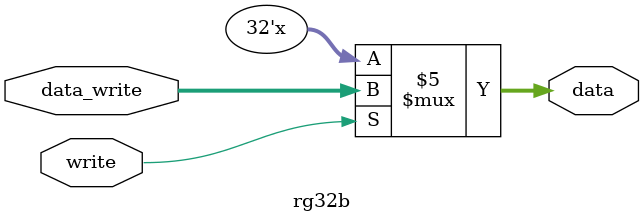
<source format=v>
/**
*	Module for Register File
*	By: Omkar Prabhu 16CO233
*	28th October 2017
*/

`timescale 1ns/100ps


module RegisterFile (input write, input [0:31] reg_data, input [0:4] register_no, input [0:4] readReg1, input[0:4]  readReg2, output reg [0:31] readData1, output reg [0:31] readData2);

    reg [0:31] data_write1; reg [0:31] data_write2; reg [0:31] data_write3; reg [0:31] data_write4; reg [0:31] data_write5; reg [0:31] data_write6; reg [0:31] data_write7; reg [0:31] data_write8; reg [0:31] data_write9; reg [0:31] data_write10; reg [0:31] data_write11; reg [0:31] data_write12; reg [0:31] data_write13; reg [0:31] data_write14; reg [0:31] data_write15; reg [0:31] data_write16; reg [0:31] data_write17; reg [0:31] data_write18; reg [0:31] data_write19; reg [0:31] data_write20; reg [0:31] data_write21; reg [0:31] data_write22; reg [0:31] data_write23; reg [0:31] data_write24; reg [0:31] data_write25; reg [0:31] data_write26; reg [0:31] data_write27; reg [0:31] data_write28; reg [0:31] data_write29; reg [0:31] data_write30; reg [0:31] data_write31; reg [0:31] data_write32;
    wire [0:31] out1; wire [0:31] out2; wire [0:31] out3; wire [0:31] out4; wire [0:31] out5; wire [0:31] out6; wire [0:31] out7; wire [0:31] out8; wire [0:31] out9; wire [0:31] out10; wire [0:31] out11; wire [0:31] out12; wire [0:31] out13; wire [0:31] out14; wire [0:31] out15; wire [0:31] out16; wire [0:31] out17; wire [0:31] out18; wire [0:31] out19; wire [0:31] out20; wire [0:31] out21; wire [0:31] out22; wire [0:31] out23; wire [0:31] out24; wire [0:31] out25; wire [0:31] out26; wire [0:31] out27; wire [0:31] out28; wire [0:31] out29; wire [0:31] out30; wire [0:31] out31; wire [0:31] out32;
    reg write1, write2, write3, write4, write5, write6, write7, write8, write9, write10, write11, write12, write13, write14, write15, write16, write17, write18, write19, write20, write21, write22, write23, write24, write25, write26, write27, write28, write29, write30, write31, write32;

    // 32 Registers in the Register file
    rg32b rg1 (data_write1, write1, out1);
    rg32b rg2 (data_write2, write2, out2);
    rg32b rg3 (data_write3, write3, out3);
    rg32b rg4 (data_write4, write4, out4);
    rg32b rg5 (data_write5, write5, out5);
    rg32b rg6 (data_write6, write6, out6);
    rg32b rg7 (data_write7, write7, out7);
    rg32b rg8 (data_write8, write8, out8);
    rg32b rg9 (data_write9, write9, out9);
    rg32b rg10 (data_write10, write10, out10);
    rg32b rg11 (data_write11, write11, out11);
    rg32b rg12 (data_write12, write12, out12);
    rg32b rg13 (data_write13, write13, out13);
    rg32b rg14 (data_write14, write14, out14);
    rg32b rg15 (data_write15, write15, out15);
    rg32b rg16 (data_write16, write16, out16);
    rg32b rg17 (data_write17, write17, out17);
    rg32b rg18 (data_write18, write18, out18);
    rg32b rg19 (data_write19, write19, out19);
    rg32b rg20 (data_write20, write20, out20);
    rg32b rg21 (data_write21, write21, out21);
    rg32b rg22 (data_write22, write22, out22);
    rg32b rg23 (data_write23, write23, out23);
    rg32b rg24 (data_write24, write24, out24);
    rg32b rg25 (data_write25, write25, out25);
    rg32b rg26 (data_write26, write26, out26);
    rg32b rg27 (data_write27, write27, out27);
    rg32b rg28 (data_write28, write28, out28);
    rg32b rg29 (data_write29, write29, out29);
    rg32b rg30 (data_write30, write30, out30);
    rg32b rg31 (data_write31, write31, out31);
    rg32b rg32 (data_write32, write32, out32);
    
    
    always @ (write or register_no or readReg1 or readReg2 or reg_data) begin

        // check write signal
        if(write == 1'b1) begin
            // Decode register address
            case (register_no)
                5'b00000: begin write1 <= 1'b1; data_write1 <= reg_data; end
                5'b00001: begin write2 <= 1'b1; data_write2 <= reg_data; end
                5'b00010: begin write3 <= 1'b1; data_write3 <= reg_data; end
                5'b00011: begin write4 <= 1'b1; data_write4 <= reg_data; end
                5'b00100: begin write5 <= 1'b1; data_write5 <= reg_data; end
                5'b00101: begin write6 <= 1'b1; data_write6 <= reg_data; end
                5'b00110: begin write7 <= 1'b1; data_write7 <= reg_data; end
                5'b00111: begin write8 <= 1'b1; data_write8 <= reg_data; end
                5'b01000: begin write8 <= 1'b1; data_write9 <= reg_data; end
                5'b01001: begin write10 <= 1'b1; data_write10 <= reg_data; end
                5'b01010: begin write11 <= 1'b1; data_write11 <= reg_data; end
                5'b01011: begin write12 <= 1'b1; data_write12 <= reg_data; end
                5'b01100: begin write13 <= 1'b1; data_write13 <= reg_data; end
                5'b01101: begin write14 <= 1'b1; data_write14 <= reg_data; end
                5'b01110: begin write15 <= 1'b1; data_write15 <= reg_data; end
                5'b01111: begin write16 <= 1'b1; data_write16 <= reg_data; end
                5'b10000: begin write17 <= 1'b1; data_write17 <= reg_data; end
                5'b10001: begin write18 <= 1'b1; data_write18 <= reg_data; end
                5'b10010: begin write19 <= 1'b1; data_write19 <= reg_data; end
                5'b10011: begin write20 <= 1'b1; data_write20 <= reg_data; end
                5'b10100: begin write21 <= 1'b1; data_write21 <= reg_data; end
                5'b10101: begin write22 <= 1'b1; data_write22 <= reg_data; end
                5'b10110: begin write23 <= 1'b1; data_write23 <= reg_data; end
                5'b10111: begin write24 <= 1'b1; data_write24 <= reg_data; end
                5'b11000: begin write25 <= 1'b1; data_write25 <= reg_data; end
                5'b11001: begin write26 <= 1'b1; data_write26 <= reg_data; end
                5'b11010: begin write27 <= 1'b1; data_write27 <= reg_data; end
                5'b11011: begin write28 <= 1'b1; data_write28 <= reg_data; end
                5'b11100: begin write29 <= 1'b1; data_write29 <= reg_data; end
                5'b11101: begin write30 <= 1'b1; data_write30 <= reg_data; end
                5'b11110: begin write31 <= 1'b1; data_write31 <= reg_data; end
                5'b11111: begin write32 <= 1'b1; data_write32 <= reg_data; end
            endcase    
        end
        
        else begin
            // decode read Register 1 address 
            case (readReg1)
                5'b00000: begin write1 <= 1'b0; readData1 <= out1; end
                5'b00001: begin write2 <= 1'b0; readData1 <= out2; end
                5'b00010: begin write3 <= 1'b0; readData1 <= out3; end
                5'b00011: begin write4 <= 1'b0; readData1 <= out4; end
                5'b00100: begin write5 <= 1'b0; readData1 <= out5; end
                5'b00101: begin write6 <= 1'b0; readData1 <= out6; end
                5'b00110: begin write7 <= 1'b0; readData1 <= out7; end
                5'b00111: begin write8 <= 1'b0; readData1 <= out8; end
                5'b01000: begin write8 <= 1'b0; readData1 <= out9; end
                5'b01001: begin write10 <= 1'b0; readData1 <= out10; end
                5'b01010: begin write11 <= 1'b0; readData1 <= out11; end
                5'b01011: begin write12 <= 1'b0; readData1 <= out12; end
                5'b01100: begin write13 <= 1'b0; readData1 <= out13 ; end
                5'b01101: begin write14 <= 1'b0; readData1 <= out14 ; end
                5'b01110: begin write15 <= 1'b0; readData1 <= out15 ; end
                5'b01111: begin write16 <= 1'b0; readData1 <= out16 ; end
                5'b10000: begin write17 <= 1'b0; readData1 <= out17 ; end
                5'b10001: begin write18 <= 1'b0; readData1 <= out18 ; end
                5'b10010: begin write19 <= 1'b0; readData1 <= out19 ; end
                5'b10011: begin write20 <= 1'b0; readData1 <= out20; end
                5'b10100: begin write21 <= 1'b0; readData1 <= out21; end
                5'b10101: begin write22 <= 1'b0; readData1 <= out22; end
                5'b10110: begin write23 <= 1'b0; readData1 <= out23; end
                5'b10111: begin write24 <= 1'b0; readData1 <= out24; end
                5'b11000: begin write25 <= 1'b0; readData1 <= out25; end
                5'b11001: begin write26 <= 1'b0; readData1 <= out26; end
                5'b11010: begin write27 <= 1'b0; readData1 <= out27; end
                5'b11011: begin write28 <= 1'b0; readData1 <= out28; end
                5'b11100: begin write29 <= 1'b0; readData1 <= out29; end
                5'b11101: begin write30 <= 1'b0; readData1 <= out30; end
                5'b11110: begin write31 <= 1'b0; readData1 <= out31; end
                5'b11111: begin write32 <= 1'b0; readData1 <= out32; end
            endcase   

            // decode read Register 2 address
            case (readReg2)
                5'b00000: begin write1 <= 1'b0; readData2 <= out1; end
                5'b00001: begin write2 <= 1'b0; readData2 <= out2; end
                5'b00010: begin write3 <= 1'b0; readData2 <= out3; end
                5'b00011: begin write4 <= 1'b0; readData2 <= out4; end
                5'b00100: begin write5 <= 1'b0; readData2 <= out5; end
                5'b00101: begin write6 <= 1'b0; readData2 <= out6; end
                5'b00110: begin write7 <= 1'b0; readData2 <= out7; end
                5'b00111: begin write8 <= 1'b0; readData2 <= out8; end
                5'b01000: begin write8 <= 1'b0; readData2 <= out9; end
                5'b01001: begin write10 <= 1'b0; readData2 <= out10; end
                5'b01010: begin write11 <= 1'b0; readData2 <= out11; end
                5'b01011: begin write12 <= 1'b0; readData2 <= out12; end
                5'b01100: begin write13 <= 1'b0; readData2 <= out13; end
                5'b01101: begin write14 <= 1'b0; readData2 <= out14; end
                5'b01110: begin write15 <= 1'b0; readData2 <= out15; end
                5'b01111: begin write16 <= 1'b0; readData2 <= out16; end
                5'b10000: begin write17 <= 1'b0; readData2 <= out17; end
                5'b10001: begin write18 <= 1'b0; readData2 <= out18; end
                5'b10010: begin write19 <= 1'b0; readData2 <= out19; end
                5'b10011: begin write20 <= 1'b0; readData2 <= out20; end
                5'b10100: begin write21 <= 1'b0; readData2 <= out21; end
                5'b10101: begin write22 <= 1'b0; readData2 <= out22; end
                5'b10110: begin write23 <= 1'b0; readData2 <= out23; end
                5'b10111: begin write24 <= 1'b0; readData2 <= out24; end
                5'b11000: begin write25 <= 1'b0; readData2 <= out25; end
                5'b11001: begin write26 <= 1'b0; readData2 <= out26; end
                5'b11010: begin write27 <= 1'b0; readData2 <= out27; end
                5'b11011: begin write28 <= 1'b0; readData2 <= out28; end
                5'b11100: begin write29 <= 1'b0; readData2 <= out29; end
                5'b11101: begin write30 <= 1'b0; readData2 <= out30; end
                5'b11110: begin write31 <= 1'b0; readData2 <= out31; end
                5'b11111: begin write32 <= 1'b0; readData2 <= out32; end
            endcase    
        end
    end

endmodule

// 32 bit Register 
module rg32b (input [0:31] data_write , input write, output reg [0:31] data);
    
    // initialize data in registers
    initial begin
        data <= 32'b00000000000000000000000000000000;
    end

    always @ (write or data_write) begin
        // check write signal
        if (write == 1'b1) begin
            // write data
            data <= data_write;
        end
        else begin
            // memory state
            data <= data;
        end
    end

endmodule
</source>
